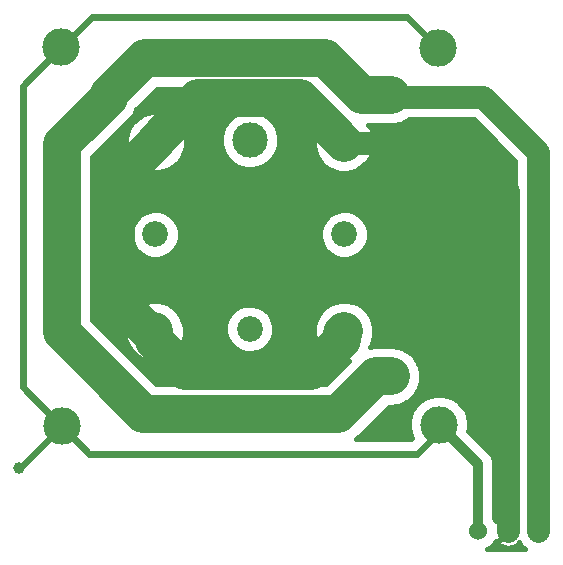
<source format=gbr>
G04 #@! TF.FileFunction,Copper,L2,Bot,Signal*
%FSLAX46Y46*%
G04 Gerber Fmt 4.6, Leading zero omitted, Abs format (unit mm)*
G04 Created by KiCad (PCBNEW 4.0.6) date 05/08/17 07:32:33*
%MOMM*%
%LPD*%
G01*
G04 APERTURE LIST*
%ADD10C,0.100000*%
%ADD11C,2.540000*%
%ADD12C,3.175000*%
%ADD13C,1.524000*%
%ADD14C,2.184400*%
%ADD15C,3.000000*%
%ADD16C,1.006400*%
%ADD17C,0.609600*%
%ADD18C,0.812800*%
%ADD19C,3.200000*%
%ADD20C,1.930400*%
%ADD21C,0.406400*%
G04 APERTURE END LIST*
D10*
D11*
X225707100Y-117285900D03*
D12*
X225707100Y-117285900D03*
D11*
X249703100Y-117110900D03*
D12*
X249703100Y-117110900D03*
D11*
X249700100Y-93294900D03*
D12*
X249700100Y-93294900D03*
D11*
X225779100Y-93237900D03*
D12*
X225779100Y-93237900D03*
D11*
X245730100Y-113257900D03*
D12*
X245730100Y-113257900D03*
D11*
X229670100Y-113285900D03*
D12*
X229670100Y-113285900D03*
D11*
X245697100Y-97322900D03*
D12*
X245697100Y-97322900D03*
D11*
X229771100Y-97283900D03*
D12*
X229771100Y-97283900D03*
D11*
X253761100Y-121206900D03*
D12*
X253761100Y-121206900D03*
D11*
X221799100Y-121302900D03*
D12*
X221799100Y-121302900D03*
D11*
X253667100Y-89292900D03*
D12*
X253667100Y-89292900D03*
D11*
X221779100Y-89231900D03*
D12*
X221779100Y-89231900D03*
D13*
X262165100Y-130188900D03*
X259625100Y-130188900D03*
X257085100Y-130188900D03*
D14*
X245755100Y-105089900D03*
X229753100Y-105089900D03*
X237728700Y-113090900D03*
D15*
X237761100Y-97108900D03*
D16*
X218230100Y-124855900D03*
X240254100Y-93581900D03*
X236378100Y-90185900D03*
D17*
X253761100Y-121206900D02*
X253761100Y-121801900D01*
X253761100Y-121801900D02*
X251891100Y-123671900D01*
X251891100Y-123671900D02*
X224168100Y-123671900D01*
X224168100Y-123671900D02*
X221799100Y-121302900D01*
X221779100Y-89231900D02*
X221809100Y-89231900D01*
X221809100Y-89231900D02*
X224351100Y-86689900D01*
X224351100Y-86689900D02*
X251064100Y-86689900D01*
X251064100Y-86689900D02*
X253667100Y-89292900D01*
X218230100Y-124855900D02*
X218246100Y-124855900D01*
X218246100Y-124855900D02*
X221799100Y-121302900D01*
X224168100Y-123671900D02*
X224149100Y-123671900D01*
X224149100Y-123671900D02*
X218513100Y-118035900D01*
X218513100Y-118035900D02*
X218513100Y-92497900D01*
X218513100Y-92497900D02*
X221779100Y-89231900D01*
D18*
X257085100Y-130188900D02*
X257085100Y-124530900D01*
X257085100Y-124530900D02*
X253761100Y-121206900D01*
D19*
X229670100Y-113285900D02*
X229670100Y-114077900D01*
X229670100Y-114077900D02*
X232231100Y-116638900D01*
X232231100Y-116638900D02*
X242891100Y-116638900D01*
X242891100Y-116638900D02*
X245520100Y-114009900D01*
X245520100Y-114009900D02*
X245520100Y-113467900D01*
X245520100Y-113467900D02*
X245730100Y-113257900D01*
X229670100Y-113285900D02*
X229159100Y-113285900D01*
X229159100Y-113285900D02*
X227528100Y-111654900D01*
X227528100Y-111654900D02*
X227528100Y-111652900D01*
X227528100Y-111652900D02*
X226380100Y-110504900D01*
X226380100Y-110504900D02*
X226380100Y-100674900D01*
X226380100Y-100674900D02*
X229771100Y-97283900D01*
X229771100Y-97283900D02*
X229771100Y-97190900D01*
X229771100Y-97190900D02*
X233380100Y-93581900D01*
X233380100Y-93581900D02*
X240254100Y-93581900D01*
X240254100Y-93581900D02*
X241956100Y-93581900D01*
X241956100Y-93581900D02*
X245697100Y-97322900D01*
D20*
X259625100Y-130188900D02*
X259625100Y-101434900D01*
X259625100Y-101434900D02*
X255538100Y-97347900D01*
X255538100Y-97347900D02*
X245722100Y-97347900D01*
X245722100Y-97347900D02*
X245697100Y-97322900D01*
D19*
X249703100Y-117110900D02*
X248443100Y-117110900D01*
X248443100Y-117110900D02*
X245246100Y-120307900D01*
X245246100Y-120307900D02*
X228729100Y-120307900D01*
X228729100Y-120307900D02*
X225707100Y-117285900D01*
X249700100Y-93294900D02*
X247207100Y-93294900D01*
X247207100Y-93294900D02*
X244098100Y-90185900D01*
X244098100Y-90185900D02*
X236378100Y-90185900D01*
X236378100Y-90185900D02*
X228831100Y-90185900D01*
X228831100Y-90185900D02*
X225779100Y-93237900D01*
X225779100Y-93237900D02*
X225779100Y-93519900D01*
X225779100Y-93519900D02*
X222861100Y-96437900D01*
X222861100Y-96437900D02*
X222861100Y-96439900D01*
X222861100Y-96439900D02*
X221821100Y-97479900D01*
X221821100Y-97479900D02*
X221821100Y-113399900D01*
X221821100Y-113399900D02*
X225707100Y-117285900D01*
D20*
X262165100Y-130188900D02*
X262165100Y-98111900D01*
X262165100Y-98111900D02*
X257489100Y-93435900D01*
X257489100Y-93435900D02*
X249841100Y-93435900D01*
X249841100Y-93435900D02*
X249700100Y-93294900D01*
D21*
G36*
X245118830Y-94834370D02*
X244972880Y-94862211D01*
X244508722Y-95049743D01*
X244089829Y-95323858D01*
X243732157Y-95674117D01*
X243449329Y-96087177D01*
X243252117Y-96547306D01*
X243148035Y-97036977D01*
X243141045Y-97537538D01*
X243231415Y-98029924D01*
X243415702Y-98495379D01*
X243686886Y-98916176D01*
X244034639Y-99276285D01*
X244445715Y-99561990D01*
X244904456Y-99762408D01*
X245393388Y-99869907D01*
X245893888Y-99880391D01*
X246386893Y-99793461D01*
X246853624Y-99612428D01*
X247276303Y-99344188D01*
X247638831Y-98998957D01*
X247927399Y-98589886D01*
X248131015Y-98132556D01*
X248241925Y-97644386D01*
X248249909Y-97072595D01*
X248152673Y-96581519D01*
X247961906Y-96118681D01*
X247790104Y-95860100D01*
X249700100Y-95860100D01*
X249799523Y-95850351D01*
X249896888Y-95852391D01*
X250044907Y-95826291D01*
X250198350Y-95811246D01*
X250293984Y-95782372D01*
X250389893Y-95765461D01*
X250530027Y-95711107D01*
X250677622Y-95666545D01*
X250765826Y-95619646D01*
X250856624Y-95584428D01*
X250983527Y-95503893D01*
X251119660Y-95431510D01*
X251197077Y-95368370D01*
X251200339Y-95366300D01*
X256689502Y-95366300D01*
X260234700Y-98911498D01*
X260234700Y-128900702D01*
X260200351Y-128881369D01*
X259934211Y-128794267D01*
X259656192Y-128760760D01*
X259376978Y-128782136D01*
X259107300Y-128857572D01*
X258857520Y-128984171D01*
X258805815Y-129018719D01*
X258749467Y-129277912D01*
X259625100Y-130153545D01*
X259639243Y-130139403D01*
X259674598Y-130174758D01*
X259660455Y-130188900D01*
X259674598Y-130203043D01*
X259639243Y-130238398D01*
X259625100Y-130224255D01*
X258749467Y-131099888D01*
X258805815Y-131359081D01*
X259049849Y-131496431D01*
X259315989Y-131583533D01*
X259594008Y-131617040D01*
X259873222Y-131595664D01*
X260142900Y-131520228D01*
X260392680Y-131393629D01*
X260444385Y-131359081D01*
X260492859Y-131136106D01*
X260557229Y-131257167D01*
X260795345Y-131549126D01*
X261029336Y-131742700D01*
X257855594Y-131742700D01*
X257867624Y-131738034D01*
X258153616Y-131556538D01*
X258398908Y-131322949D01*
X258594158Y-131046164D01*
X258597287Y-131039136D01*
X258714112Y-131064533D01*
X259589745Y-130188900D01*
X258714112Y-129313267D01*
X258594379Y-129339297D01*
X258456700Y-129132073D01*
X258456700Y-124530900D01*
X258444342Y-124404862D01*
X258433295Y-124278592D01*
X258431281Y-124271661D01*
X258430578Y-124264488D01*
X258393973Y-124143247D01*
X258358611Y-124021532D01*
X258355291Y-124015128D01*
X258353207Y-124008224D01*
X258293725Y-123896353D01*
X258235421Y-123783874D01*
X258230922Y-123778238D01*
X258227535Y-123771868D01*
X258147451Y-123673676D01*
X258068415Y-123574669D01*
X258058511Y-123564625D01*
X258058347Y-123564424D01*
X258058161Y-123564270D01*
X258054968Y-123561032D01*
X256253420Y-121759484D01*
X256305925Y-121528386D01*
X256313909Y-120956595D01*
X256216673Y-120465519D01*
X256025906Y-120002681D01*
X255748872Y-119585713D01*
X255396125Y-119230494D01*
X254981100Y-118950557D01*
X254519606Y-118756562D01*
X254029221Y-118655901D01*
X253528623Y-118652406D01*
X253036880Y-118746211D01*
X252572722Y-118933743D01*
X252153829Y-119207858D01*
X251796157Y-119558117D01*
X251513329Y-119971177D01*
X251316117Y-120431306D01*
X251212035Y-120920977D01*
X251205045Y-121421538D01*
X251295415Y-121913924D01*
X251453570Y-122313378D01*
X251365048Y-122401900D01*
X246717905Y-122401900D01*
X246849304Y-122294733D01*
X247034468Y-122146919D01*
X247053236Y-122128410D01*
X247053628Y-122128091D01*
X247053928Y-122127728D01*
X247059970Y-122121770D01*
X249505640Y-119676100D01*
X249703100Y-119676100D01*
X249802523Y-119666351D01*
X249899888Y-119668391D01*
X250047907Y-119642291D01*
X250201350Y-119627246D01*
X250296984Y-119598372D01*
X250392893Y-119581461D01*
X250533027Y-119527107D01*
X250680622Y-119482545D01*
X250768826Y-119435646D01*
X250859624Y-119400428D01*
X250986527Y-119319893D01*
X251122660Y-119247510D01*
X251200077Y-119184370D01*
X251282303Y-119132188D01*
X251391146Y-119028538D01*
X251510628Y-118931091D01*
X251574307Y-118854116D01*
X251644831Y-118786957D01*
X251731469Y-118664139D01*
X251829747Y-118545342D01*
X251877261Y-118457467D01*
X251933399Y-118377886D01*
X251994534Y-118240575D01*
X252067863Y-118104955D01*
X252097403Y-118009525D01*
X252137015Y-117920556D01*
X252170315Y-117773985D01*
X252215906Y-117626705D01*
X252226348Y-117527358D01*
X252247925Y-117432386D01*
X252249701Y-117305162D01*
X252268237Y-117128808D01*
X252254302Y-116975687D01*
X252255909Y-116860595D01*
X252233552Y-116747686D01*
X252222863Y-116630229D01*
X252184457Y-116499735D01*
X252158673Y-116369519D01*
X252114813Y-116263106D01*
X252081512Y-116149959D01*
X252018493Y-116029414D01*
X251967906Y-115906681D01*
X251904209Y-115810810D01*
X251849568Y-115706291D01*
X251764333Y-115600280D01*
X251690872Y-115489713D01*
X251609768Y-115408041D01*
X251535865Y-115316124D01*
X251431666Y-115228691D01*
X251338125Y-115134494D01*
X251242700Y-115070129D01*
X251152353Y-114994319D01*
X251033150Y-114928787D01*
X250923100Y-114854557D01*
X250816998Y-114809956D01*
X250713640Y-114753134D01*
X250583980Y-114712004D01*
X250461606Y-114660562D01*
X250348855Y-114637418D01*
X250236435Y-114601756D01*
X250101256Y-114586593D01*
X249971221Y-114559901D01*
X249856128Y-114559097D01*
X249738916Y-114545950D01*
X249703100Y-114545700D01*
X248443100Y-114545700D01*
X248207283Y-114568822D01*
X247971228Y-114589474D01*
X247958273Y-114593238D01*
X247944850Y-114594554D01*
X247902162Y-114607442D01*
X247960399Y-114524886D01*
X248164015Y-114067556D01*
X248274925Y-113579386D01*
X248282909Y-113007595D01*
X248185673Y-112516519D01*
X247994906Y-112053681D01*
X247717872Y-111636713D01*
X247365125Y-111281494D01*
X246950100Y-111001557D01*
X246488606Y-110807562D01*
X245998221Y-110706901D01*
X245497623Y-110703406D01*
X245005880Y-110797211D01*
X244541722Y-110984743D01*
X244122829Y-111258858D01*
X243765157Y-111609117D01*
X243482329Y-112022177D01*
X243285117Y-112482306D01*
X243181035Y-112971977D01*
X243174045Y-113472538D01*
X243264415Y-113964924D01*
X243448702Y-114430379D01*
X243719886Y-114851176D01*
X244067639Y-115211285D01*
X244478715Y-115496990D01*
X244937456Y-115697408D01*
X245426388Y-115804907D01*
X245926888Y-115815391D01*
X246150255Y-115776005D01*
X244183560Y-117742700D01*
X229791641Y-117742700D01*
X227520970Y-115472030D01*
X225549478Y-113500538D01*
X227114045Y-113500538D01*
X227204415Y-113992924D01*
X227388702Y-114458379D01*
X227659886Y-114879176D01*
X228007639Y-115239285D01*
X228418715Y-115524990D01*
X228877456Y-115725408D01*
X229366388Y-115832907D01*
X229866888Y-115843391D01*
X230359893Y-115756461D01*
X230826624Y-115575428D01*
X231249303Y-115307188D01*
X231611831Y-114961957D01*
X231900399Y-114552886D01*
X232104015Y-114095556D01*
X232214925Y-113607386D01*
X232219721Y-113263892D01*
X235668596Y-113263892D01*
X235741431Y-113660740D01*
X235889961Y-114035884D01*
X236108527Y-114375033D01*
X236388806Y-114665270D01*
X236720121Y-114895540D01*
X237089852Y-115057071D01*
X237483917Y-115143712D01*
X237887305Y-115152162D01*
X238284653Y-115082099D01*
X238660824Y-114936192D01*
X239001491Y-114719998D01*
X239293678Y-114441752D01*
X239526255Y-114112053D01*
X239690364Y-113743459D01*
X239779753Y-113350008D01*
X239786188Y-112889162D01*
X239707819Y-112493369D01*
X239554066Y-112120336D01*
X239330785Y-111784271D01*
X239046482Y-111497976D01*
X238711984Y-111272354D01*
X238340034Y-111116001D01*
X237944797Y-111034870D01*
X237541330Y-111032053D01*
X237145000Y-111107657D01*
X236770903Y-111258803D01*
X236433287Y-111479732D01*
X236145014Y-111762030D01*
X235917063Y-112094944D01*
X235758117Y-112465794D01*
X235674229Y-112860454D01*
X235668596Y-113263892D01*
X232219721Y-113263892D01*
X232222909Y-113035595D01*
X232125673Y-112544519D01*
X231934906Y-112081681D01*
X231657872Y-111664713D01*
X231305125Y-111309494D01*
X230890100Y-111029557D01*
X230428606Y-110835562D01*
X229938221Y-110734901D01*
X229437623Y-110731406D01*
X228945880Y-110825211D01*
X228481722Y-111012743D01*
X228062829Y-111286858D01*
X227705157Y-111637117D01*
X227422329Y-112050177D01*
X227225117Y-112510306D01*
X227121035Y-112999977D01*
X227114045Y-113500538D01*
X225549478Y-113500538D01*
X224386300Y-112337360D01*
X224386300Y-105262892D01*
X227692996Y-105262892D01*
X227765831Y-105659740D01*
X227914361Y-106034884D01*
X228132927Y-106374033D01*
X228413206Y-106664270D01*
X228744521Y-106894540D01*
X229114252Y-107056071D01*
X229508317Y-107142712D01*
X229911705Y-107151162D01*
X230309053Y-107081099D01*
X230685224Y-106935192D01*
X231025891Y-106718998D01*
X231318078Y-106440752D01*
X231550655Y-106111053D01*
X231714764Y-105742459D01*
X231804153Y-105349008D01*
X231805355Y-105262892D01*
X243694996Y-105262892D01*
X243767831Y-105659740D01*
X243916361Y-106034884D01*
X244134927Y-106374033D01*
X244415206Y-106664270D01*
X244746521Y-106894540D01*
X245116252Y-107056071D01*
X245510317Y-107142712D01*
X245913705Y-107151162D01*
X246311053Y-107081099D01*
X246687224Y-106935192D01*
X247027891Y-106718998D01*
X247320078Y-106440752D01*
X247552655Y-106111053D01*
X247716764Y-105742459D01*
X247806153Y-105349008D01*
X247812588Y-104888162D01*
X247734219Y-104492369D01*
X247580466Y-104119336D01*
X247357185Y-103783271D01*
X247072882Y-103496976D01*
X246738384Y-103271354D01*
X246366434Y-103115001D01*
X245971197Y-103033870D01*
X245567730Y-103031053D01*
X245171400Y-103106657D01*
X244797303Y-103257803D01*
X244459687Y-103478732D01*
X244171414Y-103761030D01*
X243943463Y-104093944D01*
X243784517Y-104464794D01*
X243700629Y-104859454D01*
X243694996Y-105262892D01*
X231805355Y-105262892D01*
X231810588Y-104888162D01*
X231732219Y-104492369D01*
X231578466Y-104119336D01*
X231355185Y-103783271D01*
X231070882Y-103496976D01*
X230736384Y-103271354D01*
X230364434Y-103115001D01*
X229969197Y-103033870D01*
X229565730Y-103031053D01*
X229169400Y-103106657D01*
X228795303Y-103257803D01*
X228457687Y-103478732D01*
X228169414Y-103761030D01*
X227941463Y-104093944D01*
X227782517Y-104464794D01*
X227698629Y-104859454D01*
X227692996Y-105262892D01*
X224386300Y-105262892D01*
X224386300Y-98542440D01*
X224674970Y-98253770D01*
X224684169Y-98242571D01*
X225428202Y-97498538D01*
X227215045Y-97498538D01*
X227305415Y-97990924D01*
X227489702Y-98456379D01*
X227760886Y-98877176D01*
X228108639Y-99237285D01*
X228519715Y-99522990D01*
X228978456Y-99723408D01*
X229467388Y-99830907D01*
X229967888Y-99841391D01*
X230460893Y-99754461D01*
X230927624Y-99573428D01*
X231350303Y-99305188D01*
X231712831Y-98959957D01*
X232001399Y-98550886D01*
X232205015Y-98093556D01*
X232315925Y-97605386D01*
X232319963Y-97316181D01*
X235292660Y-97316181D01*
X235379932Y-97791689D01*
X235557902Y-98241190D01*
X235819791Y-98647563D01*
X236155624Y-98995328D01*
X236552609Y-99271240D01*
X236995625Y-99464789D01*
X237467798Y-99568603D01*
X237951143Y-99578727D01*
X238427249Y-99494777D01*
X238877981Y-99319949D01*
X239286172Y-99060904D01*
X239636274Y-98727506D01*
X239914950Y-98332457D01*
X240111587Y-97890803D01*
X240218695Y-97419366D01*
X240226406Y-96867175D01*
X240132503Y-96392931D01*
X239948274Y-95945959D01*
X239680737Y-95543283D01*
X239340081Y-95200240D01*
X238939282Y-94929898D01*
X238493607Y-94742553D01*
X238020030Y-94645342D01*
X237536591Y-94641967D01*
X237061704Y-94732556D01*
X236613456Y-94913660D01*
X236208922Y-95178380D01*
X235863510Y-95516633D01*
X235590376Y-95915534D01*
X235399925Y-96359891D01*
X235299410Y-96832777D01*
X235292660Y-97316181D01*
X232319963Y-97316181D01*
X232323909Y-97033595D01*
X232226673Y-96542519D01*
X232035906Y-96079681D01*
X231758872Y-95662713D01*
X231406125Y-95307494D01*
X230991100Y-95027557D01*
X230529606Y-94833562D01*
X230039221Y-94732901D01*
X229538623Y-94729406D01*
X229046880Y-94823211D01*
X228582722Y-95010743D01*
X228163829Y-95284858D01*
X227806157Y-95635117D01*
X227523329Y-96048177D01*
X227326117Y-96508306D01*
X227222035Y-96997977D01*
X227215045Y-97498538D01*
X225428202Y-97498538D01*
X227592970Y-95333770D01*
X227743365Y-95150676D01*
X227895681Y-94969153D01*
X227902180Y-94957331D01*
X227910741Y-94946909D01*
X228022702Y-94738103D01*
X228136866Y-94530440D01*
X228140945Y-94517582D01*
X228147319Y-94505694D01*
X228150962Y-94493778D01*
X229893640Y-92751100D01*
X243035560Y-92751100D01*
X245118830Y-94834370D01*
X245118830Y-94834370D01*
G37*
X245118830Y-94834370D02*
X244972880Y-94862211D01*
X244508722Y-95049743D01*
X244089829Y-95323858D01*
X243732157Y-95674117D01*
X243449329Y-96087177D01*
X243252117Y-96547306D01*
X243148035Y-97036977D01*
X243141045Y-97537538D01*
X243231415Y-98029924D01*
X243415702Y-98495379D01*
X243686886Y-98916176D01*
X244034639Y-99276285D01*
X244445715Y-99561990D01*
X244904456Y-99762408D01*
X245393388Y-99869907D01*
X245893888Y-99880391D01*
X246386893Y-99793461D01*
X246853624Y-99612428D01*
X247276303Y-99344188D01*
X247638831Y-98998957D01*
X247927399Y-98589886D01*
X248131015Y-98132556D01*
X248241925Y-97644386D01*
X248249909Y-97072595D01*
X248152673Y-96581519D01*
X247961906Y-96118681D01*
X247790104Y-95860100D01*
X249700100Y-95860100D01*
X249799523Y-95850351D01*
X249896888Y-95852391D01*
X250044907Y-95826291D01*
X250198350Y-95811246D01*
X250293984Y-95782372D01*
X250389893Y-95765461D01*
X250530027Y-95711107D01*
X250677622Y-95666545D01*
X250765826Y-95619646D01*
X250856624Y-95584428D01*
X250983527Y-95503893D01*
X251119660Y-95431510D01*
X251197077Y-95368370D01*
X251200339Y-95366300D01*
X256689502Y-95366300D01*
X260234700Y-98911498D01*
X260234700Y-128900702D01*
X260200351Y-128881369D01*
X259934211Y-128794267D01*
X259656192Y-128760760D01*
X259376978Y-128782136D01*
X259107300Y-128857572D01*
X258857520Y-128984171D01*
X258805815Y-129018719D01*
X258749467Y-129277912D01*
X259625100Y-130153545D01*
X259639243Y-130139403D01*
X259674598Y-130174758D01*
X259660455Y-130188900D01*
X259674598Y-130203043D01*
X259639243Y-130238398D01*
X259625100Y-130224255D01*
X258749467Y-131099888D01*
X258805815Y-131359081D01*
X259049849Y-131496431D01*
X259315989Y-131583533D01*
X259594008Y-131617040D01*
X259873222Y-131595664D01*
X260142900Y-131520228D01*
X260392680Y-131393629D01*
X260444385Y-131359081D01*
X260492859Y-131136106D01*
X260557229Y-131257167D01*
X260795345Y-131549126D01*
X261029336Y-131742700D01*
X257855594Y-131742700D01*
X257867624Y-131738034D01*
X258153616Y-131556538D01*
X258398908Y-131322949D01*
X258594158Y-131046164D01*
X258597287Y-131039136D01*
X258714112Y-131064533D01*
X259589745Y-130188900D01*
X258714112Y-129313267D01*
X258594379Y-129339297D01*
X258456700Y-129132073D01*
X258456700Y-124530900D01*
X258444342Y-124404862D01*
X258433295Y-124278592D01*
X258431281Y-124271661D01*
X258430578Y-124264488D01*
X258393973Y-124143247D01*
X258358611Y-124021532D01*
X258355291Y-124015128D01*
X258353207Y-124008224D01*
X258293725Y-123896353D01*
X258235421Y-123783874D01*
X258230922Y-123778238D01*
X258227535Y-123771868D01*
X258147451Y-123673676D01*
X258068415Y-123574669D01*
X258058511Y-123564625D01*
X258058347Y-123564424D01*
X258058161Y-123564270D01*
X258054968Y-123561032D01*
X256253420Y-121759484D01*
X256305925Y-121528386D01*
X256313909Y-120956595D01*
X256216673Y-120465519D01*
X256025906Y-120002681D01*
X255748872Y-119585713D01*
X255396125Y-119230494D01*
X254981100Y-118950557D01*
X254519606Y-118756562D01*
X254029221Y-118655901D01*
X253528623Y-118652406D01*
X253036880Y-118746211D01*
X252572722Y-118933743D01*
X252153829Y-119207858D01*
X251796157Y-119558117D01*
X251513329Y-119971177D01*
X251316117Y-120431306D01*
X251212035Y-120920977D01*
X251205045Y-121421538D01*
X251295415Y-121913924D01*
X251453570Y-122313378D01*
X251365048Y-122401900D01*
X246717905Y-122401900D01*
X246849304Y-122294733D01*
X247034468Y-122146919D01*
X247053236Y-122128410D01*
X247053628Y-122128091D01*
X247053928Y-122127728D01*
X247059970Y-122121770D01*
X249505640Y-119676100D01*
X249703100Y-119676100D01*
X249802523Y-119666351D01*
X249899888Y-119668391D01*
X250047907Y-119642291D01*
X250201350Y-119627246D01*
X250296984Y-119598372D01*
X250392893Y-119581461D01*
X250533027Y-119527107D01*
X250680622Y-119482545D01*
X250768826Y-119435646D01*
X250859624Y-119400428D01*
X250986527Y-119319893D01*
X251122660Y-119247510D01*
X251200077Y-119184370D01*
X251282303Y-119132188D01*
X251391146Y-119028538D01*
X251510628Y-118931091D01*
X251574307Y-118854116D01*
X251644831Y-118786957D01*
X251731469Y-118664139D01*
X251829747Y-118545342D01*
X251877261Y-118457467D01*
X251933399Y-118377886D01*
X251994534Y-118240575D01*
X252067863Y-118104955D01*
X252097403Y-118009525D01*
X252137015Y-117920556D01*
X252170315Y-117773985D01*
X252215906Y-117626705D01*
X252226348Y-117527358D01*
X252247925Y-117432386D01*
X252249701Y-117305162D01*
X252268237Y-117128808D01*
X252254302Y-116975687D01*
X252255909Y-116860595D01*
X252233552Y-116747686D01*
X252222863Y-116630229D01*
X252184457Y-116499735D01*
X252158673Y-116369519D01*
X252114813Y-116263106D01*
X252081512Y-116149959D01*
X252018493Y-116029414D01*
X251967906Y-115906681D01*
X251904209Y-115810810D01*
X251849568Y-115706291D01*
X251764333Y-115600280D01*
X251690872Y-115489713D01*
X251609768Y-115408041D01*
X251535865Y-115316124D01*
X251431666Y-115228691D01*
X251338125Y-115134494D01*
X251242700Y-115070129D01*
X251152353Y-114994319D01*
X251033150Y-114928787D01*
X250923100Y-114854557D01*
X250816998Y-114809956D01*
X250713640Y-114753134D01*
X250583980Y-114712004D01*
X250461606Y-114660562D01*
X250348855Y-114637418D01*
X250236435Y-114601756D01*
X250101256Y-114586593D01*
X249971221Y-114559901D01*
X249856128Y-114559097D01*
X249738916Y-114545950D01*
X249703100Y-114545700D01*
X248443100Y-114545700D01*
X248207283Y-114568822D01*
X247971228Y-114589474D01*
X247958273Y-114593238D01*
X247944850Y-114594554D01*
X247902162Y-114607442D01*
X247960399Y-114524886D01*
X248164015Y-114067556D01*
X248274925Y-113579386D01*
X248282909Y-113007595D01*
X248185673Y-112516519D01*
X247994906Y-112053681D01*
X247717872Y-111636713D01*
X247365125Y-111281494D01*
X246950100Y-111001557D01*
X246488606Y-110807562D01*
X245998221Y-110706901D01*
X245497623Y-110703406D01*
X245005880Y-110797211D01*
X244541722Y-110984743D01*
X244122829Y-111258858D01*
X243765157Y-111609117D01*
X243482329Y-112022177D01*
X243285117Y-112482306D01*
X243181035Y-112971977D01*
X243174045Y-113472538D01*
X243264415Y-113964924D01*
X243448702Y-114430379D01*
X243719886Y-114851176D01*
X244067639Y-115211285D01*
X244478715Y-115496990D01*
X244937456Y-115697408D01*
X245426388Y-115804907D01*
X245926888Y-115815391D01*
X246150255Y-115776005D01*
X244183560Y-117742700D01*
X229791641Y-117742700D01*
X227520970Y-115472030D01*
X225549478Y-113500538D01*
X227114045Y-113500538D01*
X227204415Y-113992924D01*
X227388702Y-114458379D01*
X227659886Y-114879176D01*
X228007639Y-115239285D01*
X228418715Y-115524990D01*
X228877456Y-115725408D01*
X229366388Y-115832907D01*
X229866888Y-115843391D01*
X230359893Y-115756461D01*
X230826624Y-115575428D01*
X231249303Y-115307188D01*
X231611831Y-114961957D01*
X231900399Y-114552886D01*
X232104015Y-114095556D01*
X232214925Y-113607386D01*
X232219721Y-113263892D01*
X235668596Y-113263892D01*
X235741431Y-113660740D01*
X235889961Y-114035884D01*
X236108527Y-114375033D01*
X236388806Y-114665270D01*
X236720121Y-114895540D01*
X237089852Y-115057071D01*
X237483917Y-115143712D01*
X237887305Y-115152162D01*
X238284653Y-115082099D01*
X238660824Y-114936192D01*
X239001491Y-114719998D01*
X239293678Y-114441752D01*
X239526255Y-114112053D01*
X239690364Y-113743459D01*
X239779753Y-113350008D01*
X239786188Y-112889162D01*
X239707819Y-112493369D01*
X239554066Y-112120336D01*
X239330785Y-111784271D01*
X239046482Y-111497976D01*
X238711984Y-111272354D01*
X238340034Y-111116001D01*
X237944797Y-111034870D01*
X237541330Y-111032053D01*
X237145000Y-111107657D01*
X236770903Y-111258803D01*
X236433287Y-111479732D01*
X236145014Y-111762030D01*
X235917063Y-112094944D01*
X235758117Y-112465794D01*
X235674229Y-112860454D01*
X235668596Y-113263892D01*
X232219721Y-113263892D01*
X232222909Y-113035595D01*
X232125673Y-112544519D01*
X231934906Y-112081681D01*
X231657872Y-111664713D01*
X231305125Y-111309494D01*
X230890100Y-111029557D01*
X230428606Y-110835562D01*
X229938221Y-110734901D01*
X229437623Y-110731406D01*
X228945880Y-110825211D01*
X228481722Y-111012743D01*
X228062829Y-111286858D01*
X227705157Y-111637117D01*
X227422329Y-112050177D01*
X227225117Y-112510306D01*
X227121035Y-112999977D01*
X227114045Y-113500538D01*
X225549478Y-113500538D01*
X224386300Y-112337360D01*
X224386300Y-105262892D01*
X227692996Y-105262892D01*
X227765831Y-105659740D01*
X227914361Y-106034884D01*
X228132927Y-106374033D01*
X228413206Y-106664270D01*
X228744521Y-106894540D01*
X229114252Y-107056071D01*
X229508317Y-107142712D01*
X229911705Y-107151162D01*
X230309053Y-107081099D01*
X230685224Y-106935192D01*
X231025891Y-106718998D01*
X231318078Y-106440752D01*
X231550655Y-106111053D01*
X231714764Y-105742459D01*
X231804153Y-105349008D01*
X231805355Y-105262892D01*
X243694996Y-105262892D01*
X243767831Y-105659740D01*
X243916361Y-106034884D01*
X244134927Y-106374033D01*
X244415206Y-106664270D01*
X244746521Y-106894540D01*
X245116252Y-107056071D01*
X245510317Y-107142712D01*
X245913705Y-107151162D01*
X246311053Y-107081099D01*
X246687224Y-106935192D01*
X247027891Y-106718998D01*
X247320078Y-106440752D01*
X247552655Y-106111053D01*
X247716764Y-105742459D01*
X247806153Y-105349008D01*
X247812588Y-104888162D01*
X247734219Y-104492369D01*
X247580466Y-104119336D01*
X247357185Y-103783271D01*
X247072882Y-103496976D01*
X246738384Y-103271354D01*
X246366434Y-103115001D01*
X245971197Y-103033870D01*
X245567730Y-103031053D01*
X245171400Y-103106657D01*
X244797303Y-103257803D01*
X244459687Y-103478732D01*
X244171414Y-103761030D01*
X243943463Y-104093944D01*
X243784517Y-104464794D01*
X243700629Y-104859454D01*
X243694996Y-105262892D01*
X231805355Y-105262892D01*
X231810588Y-104888162D01*
X231732219Y-104492369D01*
X231578466Y-104119336D01*
X231355185Y-103783271D01*
X231070882Y-103496976D01*
X230736384Y-103271354D01*
X230364434Y-103115001D01*
X229969197Y-103033870D01*
X229565730Y-103031053D01*
X229169400Y-103106657D01*
X228795303Y-103257803D01*
X228457687Y-103478732D01*
X228169414Y-103761030D01*
X227941463Y-104093944D01*
X227782517Y-104464794D01*
X227698629Y-104859454D01*
X227692996Y-105262892D01*
X224386300Y-105262892D01*
X224386300Y-98542440D01*
X224674970Y-98253770D01*
X224684169Y-98242571D01*
X225428202Y-97498538D01*
X227215045Y-97498538D01*
X227305415Y-97990924D01*
X227489702Y-98456379D01*
X227760886Y-98877176D01*
X228108639Y-99237285D01*
X228519715Y-99522990D01*
X228978456Y-99723408D01*
X229467388Y-99830907D01*
X229967888Y-99841391D01*
X230460893Y-99754461D01*
X230927624Y-99573428D01*
X231350303Y-99305188D01*
X231712831Y-98959957D01*
X232001399Y-98550886D01*
X232205015Y-98093556D01*
X232315925Y-97605386D01*
X232319963Y-97316181D01*
X235292660Y-97316181D01*
X235379932Y-97791689D01*
X235557902Y-98241190D01*
X235819791Y-98647563D01*
X236155624Y-98995328D01*
X236552609Y-99271240D01*
X236995625Y-99464789D01*
X237467798Y-99568603D01*
X237951143Y-99578727D01*
X238427249Y-99494777D01*
X238877981Y-99319949D01*
X239286172Y-99060904D01*
X239636274Y-98727506D01*
X239914950Y-98332457D01*
X240111587Y-97890803D01*
X240218695Y-97419366D01*
X240226406Y-96867175D01*
X240132503Y-96392931D01*
X239948274Y-95945959D01*
X239680737Y-95543283D01*
X239340081Y-95200240D01*
X238939282Y-94929898D01*
X238493607Y-94742553D01*
X238020030Y-94645342D01*
X237536591Y-94641967D01*
X237061704Y-94732556D01*
X236613456Y-94913660D01*
X236208922Y-95178380D01*
X235863510Y-95516633D01*
X235590376Y-95915534D01*
X235399925Y-96359891D01*
X235299410Y-96832777D01*
X235292660Y-97316181D01*
X232319963Y-97316181D01*
X232323909Y-97033595D01*
X232226673Y-96542519D01*
X232035906Y-96079681D01*
X231758872Y-95662713D01*
X231406125Y-95307494D01*
X230991100Y-95027557D01*
X230529606Y-94833562D01*
X230039221Y-94732901D01*
X229538623Y-94729406D01*
X229046880Y-94823211D01*
X228582722Y-95010743D01*
X228163829Y-95284858D01*
X227806157Y-95635117D01*
X227523329Y-96048177D01*
X227326117Y-96508306D01*
X227222035Y-96997977D01*
X227215045Y-97498538D01*
X225428202Y-97498538D01*
X227592970Y-95333770D01*
X227743365Y-95150676D01*
X227895681Y-94969153D01*
X227902180Y-94957331D01*
X227910741Y-94946909D01*
X228022702Y-94738103D01*
X228136866Y-94530440D01*
X228140945Y-94517582D01*
X228147319Y-94505694D01*
X228150962Y-94493778D01*
X229893640Y-92751100D01*
X243035560Y-92751100D01*
X245118830Y-94834370D01*
M02*

</source>
